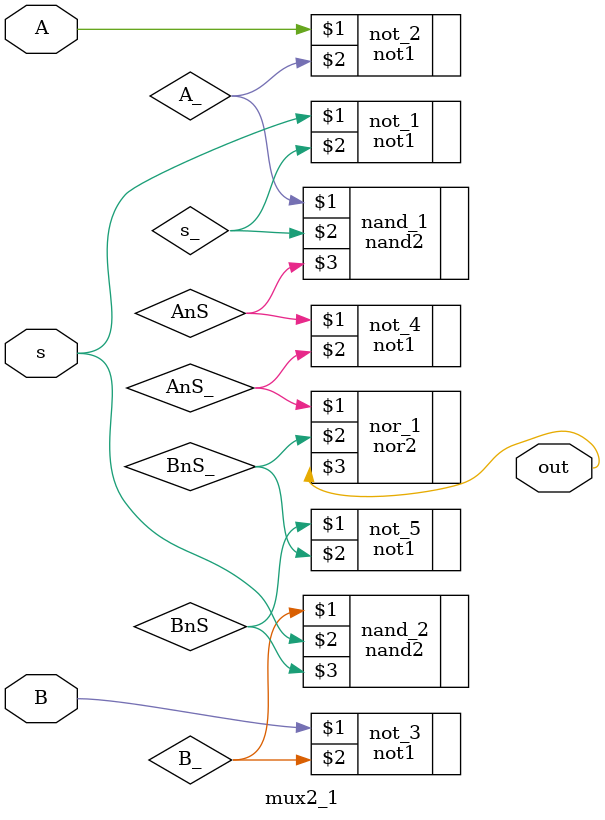
<source format=v>
module mux2_1(A, B, s, out);
	input A;
	input B;
	input s;
	output out;
	wire s_, A_, B_, AnS, AnS_, BnS, BnS_;
	
	not1 not_1(s, s_);
	not1 not_2(A, A_);
	not1 not_3(B, B_);
	nand2 nand_1(A_, s_, AnS);
	not1 not_4(AnS, AnS_);
	nand2 nand_2(B_, s, BnS);
	not1 not_5(BnS, BnS_);
	nor2 nor_1(AnS_, BnS_, out);
endmodule

</source>
